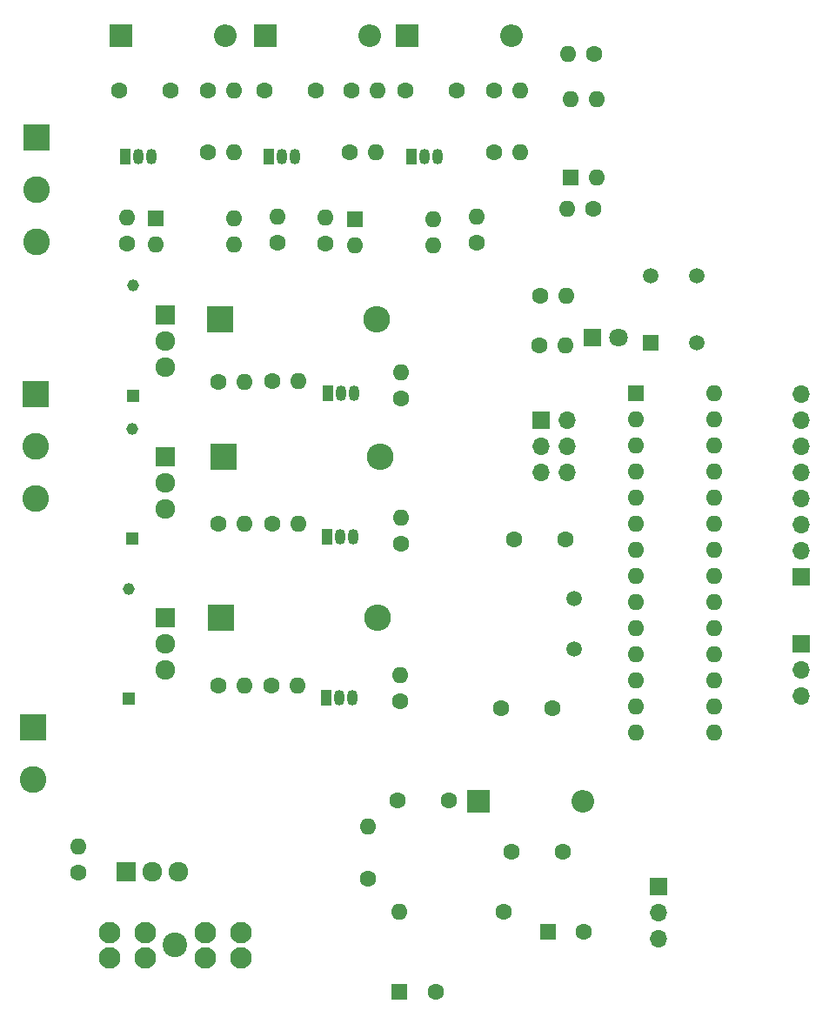
<source format=gbr>
%TF.GenerationSoftware,KiCad,Pcbnew,7.0.1*%
%TF.CreationDate,2023-05-14T18:13:28-07:00*%
%TF.ProjectId,BasicBitch328pThingy,42617369-6342-4697-9463-683332387054,rev?*%
%TF.SameCoordinates,Original*%
%TF.FileFunction,Soldermask,Bot*%
%TF.FilePolarity,Negative*%
%FSLAX46Y46*%
G04 Gerber Fmt 4.6, Leading zero omitted, Abs format (unit mm)*
G04 Created by KiCad (PCBNEW 7.0.1) date 2023-05-14 18:13:28*
%MOMM*%
%LPD*%
G01*
G04 APERTURE LIST*
%ADD10R,1.050000X1.500000*%
%ADD11O,1.050000X1.500000*%
%ADD12C,1.600000*%
%ADD13O,1.600000X1.600000*%
%ADD14R,2.600000X2.600000*%
%ADD15C,2.600000*%
%ADD16R,1.700000X1.700000*%
%ADD17O,1.700000X1.700000*%
%ADD18R,1.600000X1.600000*%
%ADD19O,2.600000X2.600000*%
%ADD20R,1.150000X1.150000*%
%ADD21C,1.150000*%
%ADD22R,1.500000X1.500000*%
%ADD23C,1.500000*%
%ADD24R,1.920000X1.920000*%
%ADD25C,1.920000*%
%ADD26R,1.800000X1.800000*%
%ADD27C,1.800000*%
%ADD28C,2.400000*%
%ADD29C,2.100000*%
%ADD30R,2.200000X2.200000*%
%ADD31O,2.200000X2.200000*%
G04 APERTURE END LIST*
D10*
%TO.C,Q4*%
X122231400Y-62823200D03*
D11*
X123501400Y-62823200D03*
X124771400Y-62823200D03*
%TD*%
D12*
%TO.C,R12*%
X122529500Y-98617400D03*
D13*
X125069500Y-98617400D03*
%TD*%
D14*
%TO.C,P1*%
X99267300Y-118419900D03*
D15*
X99267300Y-123499900D03*
%TD*%
D16*
%TO.C,J4*%
X174006800Y-103743400D03*
D17*
X174006800Y-101203400D03*
X174006800Y-98663400D03*
X174006800Y-96123400D03*
X174006800Y-93583400D03*
X174006800Y-91043400D03*
X174006800Y-88503400D03*
X174006800Y-85963400D03*
%TD*%
D12*
%TO.C,C5*%
X145828600Y-130529000D03*
X150828600Y-130529000D03*
%TD*%
D18*
%TO.C,C7*%
X134946200Y-144099100D03*
D12*
X138446200Y-144099100D03*
%TD*%
%TO.C,R15*%
X148641100Y-76394400D03*
D13*
X151181100Y-76394400D03*
%TD*%
D14*
%TO.C,D2*%
X117493300Y-78676900D03*
D19*
X132733300Y-78676900D03*
%TD*%
D20*
%TO.C,Z1*%
X108992100Y-86114500D03*
D21*
X108992100Y-75414500D03*
%TD*%
D12*
%TO.C,R8*%
X144126800Y-56452900D03*
D13*
X146666800Y-56452900D03*
%TD*%
D22*
%TO.C,S1*%
X159376100Y-80957600D03*
D23*
X159376100Y-74457600D03*
X163876100Y-80957600D03*
X163876100Y-74457600D03*
%TD*%
D12*
%TO.C,R23*%
X108389200Y-71333400D03*
D13*
X108389200Y-68793400D03*
%TD*%
D24*
%TO.C,Q10*%
X112151800Y-107751900D03*
D25*
X112151800Y-110291900D03*
X112151800Y-112831900D03*
%TD*%
D18*
%TO.C,C6*%
X149389100Y-138315000D03*
D12*
X152889100Y-138315000D03*
%TD*%
D24*
%TO.C,Q7*%
X112173000Y-92048800D03*
D25*
X112173000Y-94588800D03*
X112173000Y-97128800D03*
%TD*%
D12*
%TO.C,R13*%
X103661100Y-132576500D03*
D13*
X103661100Y-130036500D03*
%TD*%
D12*
%TO.C,R11*%
X117301200Y-98617400D03*
D13*
X119841200Y-98617400D03*
%TD*%
D24*
%TO.C,Q3*%
X112126700Y-78247700D03*
D25*
X112126700Y-80787700D03*
X112126700Y-83327700D03*
%TD*%
D20*
%TO.C,Z3*%
X108613400Y-115605500D03*
D21*
X108613400Y-104905500D03*
%TD*%
D12*
%TO.C,C1*%
X107663600Y-56452900D03*
X112663600Y-56452900D03*
%TD*%
D18*
%TO.C,U4*%
X130547400Y-68965700D03*
D13*
X130547400Y-71505700D03*
X138167400Y-71505700D03*
X138167400Y-68965700D03*
%TD*%
D18*
%TO.C,U1*%
X157950500Y-85892000D03*
D13*
X157950500Y-88432000D03*
X157950500Y-90972000D03*
X157950500Y-93512000D03*
X157950500Y-96052000D03*
X157950500Y-98592000D03*
X157950500Y-101132000D03*
X157950500Y-103672000D03*
X157950500Y-106212000D03*
X157950500Y-108752000D03*
X157950500Y-111292000D03*
X157950500Y-113832000D03*
X157950500Y-116372000D03*
X157950500Y-118912000D03*
X165570500Y-118912000D03*
X165570500Y-116372000D03*
X165570500Y-113832000D03*
X165570500Y-111292000D03*
X165570500Y-108752000D03*
X165570500Y-106212000D03*
X165570500Y-103672000D03*
X165570500Y-101132000D03*
X165570500Y-98592000D03*
X165570500Y-96052000D03*
X165570500Y-93512000D03*
X165570500Y-90972000D03*
X165570500Y-88432000D03*
X165570500Y-85892000D03*
%TD*%
D26*
%TO.C,D7*%
X153666000Y-80451800D03*
D27*
X156206000Y-80451800D03*
%TD*%
D16*
%TO.C,J1*%
X160144200Y-133936100D03*
D17*
X160144200Y-136476100D03*
X160144200Y-139016100D03*
%TD*%
D10*
%TO.C,Q6*%
X127879000Y-99839800D03*
D11*
X129149000Y-99839800D03*
X130419000Y-99839800D03*
%TD*%
D10*
%TO.C,Q2*%
X127966500Y-85867900D03*
D11*
X129236500Y-85867900D03*
X130506500Y-85867900D03*
%TD*%
D18*
%TO.C,U3*%
X111168000Y-68889200D03*
D13*
X111168000Y-71429200D03*
X118788000Y-71429200D03*
X118788000Y-68889200D03*
%TD*%
D12*
%TO.C,R25*%
X153755200Y-67926700D03*
D13*
X151215200Y-67926700D03*
%TD*%
D24*
%TO.C,Q8*%
X108280000Y-132418500D03*
D25*
X110820000Y-132418500D03*
X113360000Y-132418500D03*
%TD*%
D20*
%TO.C,Z2*%
X108894000Y-100059500D03*
D21*
X108894000Y-89359500D03*
%TD*%
D12*
%TO.C,C3*%
X135489800Y-56452900D03*
X140489800Y-56452900D03*
%TD*%
%TO.C,R9*%
X144097800Y-62463200D03*
D13*
X146637800Y-62463200D03*
%TD*%
D28*
%TO.C,U2*%
X113087100Y-139604600D03*
D29*
X119487100Y-138354600D03*
X115987100Y-138354600D03*
X110187100Y-138354600D03*
X106687100Y-138354600D03*
X106687100Y-140854600D03*
X110187100Y-140854600D03*
X115987100Y-140854600D03*
X119487100Y-140854600D03*
%TD*%
D10*
%TO.C,Q5*%
X136105400Y-62823200D03*
D11*
X137375400Y-62823200D03*
X138645400Y-62823200D03*
%TD*%
D16*
%TO.C,J3*%
X148671400Y-88472200D03*
D17*
X151211400Y-88472200D03*
X148671400Y-91012200D03*
X151211400Y-91012200D03*
X148671400Y-93552200D03*
X151211400Y-93552200D03*
%TD*%
D14*
%TO.C,D5*%
X117768900Y-92079500D03*
D19*
X133008900Y-92079500D03*
%TD*%
D12*
%TO.C,R5*%
X122534200Y-84695500D03*
D13*
X125074200Y-84695500D03*
%TD*%
D12*
%TO.C,R1*%
X116300600Y-56452900D03*
D13*
X118840600Y-56452900D03*
%TD*%
D10*
%TO.C,Q9*%
X127780000Y-115511100D03*
D11*
X129050000Y-115511100D03*
X130320000Y-115511100D03*
%TD*%
D12*
%TO.C,R20*%
X123083900Y-71239000D03*
D13*
X123083900Y-68699000D03*
%TD*%
D12*
%TO.C,C4*%
X134768500Y-125526600D03*
X139768500Y-125526600D03*
%TD*%
%TO.C,R4*%
X117258100Y-84812700D03*
D13*
X119798100Y-84812700D03*
%TD*%
D14*
%TO.C,Z4*%
X99561700Y-60980800D03*
D15*
X99561700Y-66060800D03*
X99561700Y-71140800D03*
%TD*%
D12*
%TO.C,R21*%
X142445500Y-71260100D03*
D13*
X142445500Y-68720100D03*
%TD*%
D12*
%TO.C,R7*%
X130106200Y-62463200D03*
D13*
X132646200Y-62463200D03*
%TD*%
D18*
%TO.C,U5*%
X151546000Y-64849700D03*
D13*
X154086000Y-64849700D03*
X154086000Y-57229700D03*
X151546000Y-57229700D03*
%TD*%
D30*
%TO.C,D1*%
X107780800Y-51098700D03*
D31*
X117940800Y-51098700D03*
%TD*%
D12*
%TO.C,R18*%
X117254000Y-114325600D03*
D13*
X119794000Y-114325600D03*
%TD*%
D12*
%TO.C,R19*%
X122464900Y-114325600D03*
D13*
X125004900Y-114325600D03*
%TD*%
D12*
%TO.C,C9*%
X149827500Y-116521900D03*
X144827500Y-116521900D03*
%TD*%
%TO.C,R17*%
X135009900Y-115862800D03*
D13*
X135009900Y-113322800D03*
%TD*%
D30*
%TO.C,D4*%
X135649100Y-51098700D03*
D31*
X145809100Y-51098700D03*
%TD*%
D16*
%TO.C,J2*%
X174006800Y-110277800D03*
D17*
X174006800Y-112817800D03*
X174006800Y-115357800D03*
%TD*%
D12*
%TO.C,C2*%
X121772100Y-56452900D03*
X126772100Y-56452900D03*
%TD*%
D14*
%TO.C,Z5*%
X99515000Y-85987000D03*
D15*
X99515000Y-91067000D03*
X99515000Y-96147000D03*
%TD*%
D12*
%TO.C,R10*%
X135070000Y-100543300D03*
D13*
X135070000Y-98003300D03*
%TD*%
D12*
%TO.C,R22*%
X153853200Y-52890000D03*
D13*
X151313200Y-52890000D03*
%TD*%
D12*
%TO.C,R24*%
X127677500Y-71361100D03*
D13*
X127677500Y-68821100D03*
%TD*%
D30*
%TO.C,D3*%
X121887900Y-51098700D03*
D31*
X132047900Y-51098700D03*
%TD*%
D12*
%TO.C,L1*%
X145098200Y-136326100D03*
D13*
X134938200Y-136326100D03*
%TD*%
D12*
%TO.C,R14*%
X131826200Y-133138800D03*
D13*
X131826200Y-128058800D03*
%TD*%
D10*
%TO.C,Q1*%
X108201100Y-62823200D03*
D11*
X109471100Y-62823200D03*
X110741100Y-62823200D03*
%TD*%
D12*
%TO.C,R16*%
X148507800Y-81261100D03*
D13*
X151047800Y-81261100D03*
%TD*%
D12*
%TO.C,C8*%
X151058000Y-100102700D03*
X146058000Y-100102700D03*
%TD*%
D14*
%TO.C,D8*%
X117525000Y-107691500D03*
D19*
X132765000Y-107691500D03*
%TD*%
D30*
%TO.C,D6*%
X142583000Y-125604700D03*
D31*
X152743000Y-125604700D03*
%TD*%
D23*
%TO.C,Y1*%
X151906200Y-105860600D03*
X151906200Y-110740600D03*
%TD*%
D12*
%TO.C,R2*%
X116310700Y-62463200D03*
D13*
X118850700Y-62463200D03*
%TD*%
D12*
%TO.C,R6*%
X130213700Y-56452900D03*
D13*
X132753700Y-56452900D03*
%TD*%
D12*
%TO.C,R3*%
X135079100Y-86376000D03*
D13*
X135079100Y-83836000D03*
%TD*%
M02*

</source>
